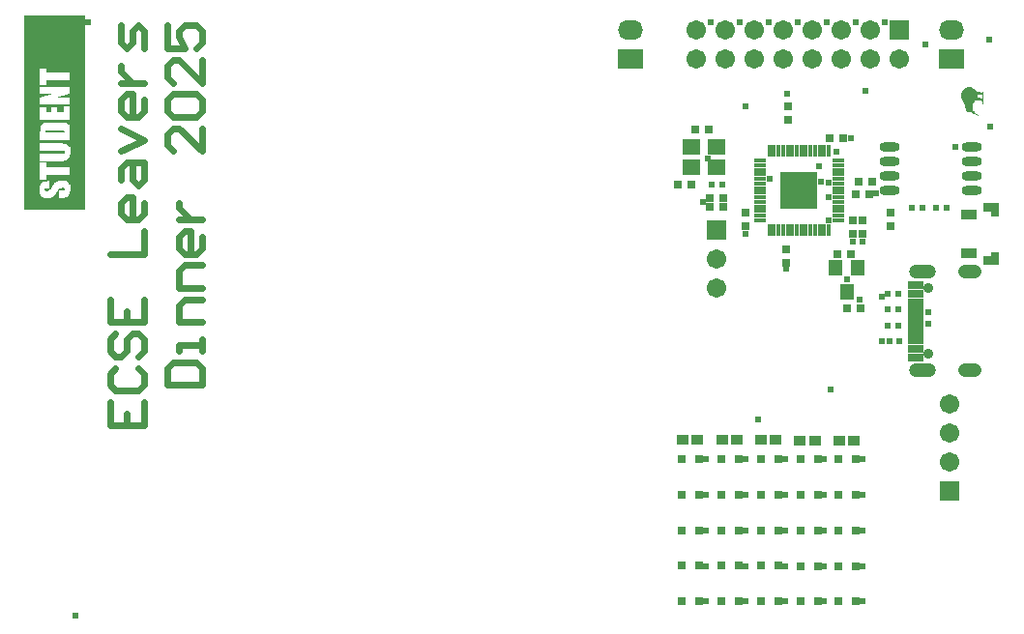
<source format=gts>
G04*
G04 #@! TF.GenerationSoftware,Altium Limited,Altium Designer,25.8.1 (18)*
G04*
G04 Layer_Color=8388736*
%FSLAX25Y25*%
%MOIN*%
G70*
G04*
G04 #@! TF.SameCoordinates,24556F7F-BEDA-4819-8607-D1A4BCCC43C2*
G04*
G04*
G04 #@! TF.FilePolarity,Negative*
G04*
G01*
G75*
%ADD20R,0.02230X0.02254*%
%ADD21R,0.03150X0.03150*%
%ADD33C,0.02362*%
%ADD34R,0.05524X0.03359*%
%ADD35C,0.01627*%
%ADD36C,0.01627*%
%ADD37R,0.04343X0.03556*%
%ADD38R,0.02965X0.02965*%
%ADD39O,0.07099X0.03162*%
%ADD40R,0.02965X0.02965*%
%ADD41R,0.05328X0.03162*%
%ADD42R,0.04800X0.05524*%
%ADD43R,0.06312X0.05524*%
%ADD44R,0.13005X0.13005*%
G04:AMPARAMS|DCode=45|XSize=15.87mil|YSize=41.07mil|CornerRadius=4.98mil|HoleSize=0mil|Usage=FLASHONLY|Rotation=270.000|XOffset=0mil|YOffset=0mil|HoleType=Round|Shape=RoundedRectangle|*
%AMROUNDEDRECTD45*
21,1,0.01587,0.03110,0,0,270.0*
21,1,0.00591,0.04107,0,0,270.0*
1,1,0.00997,-0.01555,-0.00295*
1,1,0.00997,-0.01555,0.00295*
1,1,0.00997,0.01555,0.00295*
1,1,0.00997,0.01555,-0.00295*
%
%ADD45ROUNDEDRECTD45*%
G04:AMPARAMS|DCode=46|XSize=41.07mil|YSize=15.87mil|CornerRadius=4.98mil|HoleSize=0mil|Usage=FLASHONLY|Rotation=270.000|XOffset=0mil|YOffset=0mil|HoleType=Round|Shape=RoundedRectangle|*
%AMROUNDEDRECTD46*
21,1,0.04107,0.00591,0,0,270.0*
21,1,0.03110,0.01587,0,0,270.0*
1,1,0.00997,-0.00295,-0.01555*
1,1,0.00997,-0.00295,0.01555*
1,1,0.00997,0.00295,0.01555*
1,1,0.00997,0.00295,-0.01555*
%
%ADD46ROUNDEDRECTD46*%
%ADD47R,0.05328X0.01981*%
%ADD48O,0.08083X0.04934*%
%ADD49O,0.09265X0.04934*%
%ADD50O,0.08674X0.06706*%
%ADD51R,0.08674X0.06706*%
%ADD52C,0.06706*%
%ADD53R,0.06706X0.06706*%
%ADD54C,0.03556*%
%ADD55R,0.06706X0.06706*%
%ADD56C,0.02375*%
G36*
X327518Y186420D02*
X328009D01*
Y186175D01*
X328500D01*
Y185929D01*
X328746D01*
Y185684D01*
X328991D01*
Y185438D01*
X329237D01*
Y185192D01*
X329728D01*
Y184947D01*
X330465D01*
Y184701D01*
X331201D01*
Y185192D01*
X331447D01*
Y184947D01*
X331692D01*
Y180772D01*
X331201D01*
Y181754D01*
X330956D01*
Y182000D01*
X330710D01*
Y182246D01*
X328991D01*
Y182000D01*
X328500D01*
Y181509D01*
X328254D01*
Y181018D01*
X328009D01*
Y180281D01*
X327763D01*
Y179053D01*
X328009D01*
Y178562D01*
X328254D01*
Y178316D01*
X328500D01*
Y178071D01*
X328746D01*
Y177825D01*
X328991D01*
Y177580D01*
X329482D01*
Y177334D01*
X329728D01*
Y177089D01*
X329973D01*
Y176843D01*
X329482D01*
Y177089D01*
X328991D01*
Y177334D01*
X328500D01*
Y177580D01*
X328009D01*
Y177825D01*
X327518D01*
Y178071D01*
X326044D01*
Y178316D01*
X325799D01*
Y178562D01*
X325553D01*
Y179544D01*
X325308D01*
Y180772D01*
X325062D01*
Y181263D01*
X324816D01*
Y181509D01*
X324571D01*
Y182000D01*
X324325D01*
Y182737D01*
X324080D01*
Y184701D01*
X324325D01*
Y185438D01*
X324571D01*
Y185684D01*
X324816D01*
Y185929D01*
X325062D01*
Y186175D01*
X325308D01*
Y186420D01*
X326044D01*
Y186666D01*
X327518D01*
Y186420D01*
D02*
G37*
G36*
X22000Y144500D02*
X1000D01*
Y211500D01*
X22000D01*
Y144500D01*
D02*
G37*
G36*
X336936Y146627D02*
X336973Y146615D01*
X337008Y146597D01*
X337038Y146572D01*
X337062Y146543D01*
X337080Y146508D01*
X337092Y146471D01*
X337095Y146433D01*
Y142299D01*
X337092Y142260D01*
X337080Y142223D01*
X337062Y142189D01*
X337038Y142159D01*
X337008Y142134D01*
X336973Y142116D01*
X336936Y142105D01*
X336898Y142101D01*
X334339D01*
X334300Y142105D01*
X334263Y142116D01*
X334229Y142134D01*
X334199Y142159D01*
X334174Y142189D01*
X334156Y142223D01*
X334145Y142260D01*
X334141Y142299D01*
Y143676D01*
X331780D01*
X331741Y143680D01*
X331704Y143691D01*
X331670Y143709D01*
X331640Y143734D01*
X331615Y143764D01*
X331597Y143798D01*
X331586Y143835D01*
X331582Y143874D01*
Y146433D01*
X331586Y146471D01*
X331597Y146508D01*
X331615Y146543D01*
X331640Y146572D01*
X331670Y146597D01*
X331704Y146615D01*
X331741Y146627D01*
X331780Y146630D01*
X336898D01*
X336936Y146627D01*
D02*
G37*
G36*
X336936Y129896D02*
X336973Y129885D01*
X337007Y129866D01*
X337037Y129842D01*
X337062Y129812D01*
X337080Y129778D01*
X337092Y129741D01*
X337095Y129702D01*
Y125568D01*
X337092Y125530D01*
X337080Y125493D01*
X337062Y125459D01*
X337037Y125428D01*
X337007Y125404D01*
X336973Y125386D01*
X336936Y125374D01*
X336898Y125371D01*
X331780D01*
X331741Y125374D01*
X331704Y125386D01*
X331670Y125404D01*
X331640Y125428D01*
X331615Y125459D01*
X331597Y125493D01*
X331586Y125530D01*
X331582Y125568D01*
Y128127D01*
X331586Y128165D01*
X331597Y128202D01*
X331615Y128236D01*
X331640Y128267D01*
X331670Y128291D01*
X331704Y128309D01*
X331741Y128321D01*
X331780Y128324D01*
X334141D01*
Y129702D01*
X334145Y129741D01*
X334156Y129778D01*
X334174Y129812D01*
X334199Y129842D01*
X334229Y129866D01*
X334263Y129885D01*
X334300Y129896D01*
X334339Y129900D01*
X336898D01*
X336936Y129896D01*
D02*
G37*
%LPC*%
G36*
X330956Y184210D02*
X329728D01*
Y183965D01*
X329482D01*
Y183228D01*
X329973D01*
Y182982D01*
X330465D01*
Y182737D01*
X331201D01*
Y183965D01*
X330956D01*
Y184210D01*
D02*
G37*
G36*
X16604Y193189D02*
D01*
Y191615D01*
X8443D01*
Y193189D01*
X16604D01*
X6396D01*
Y187390D01*
X8443D01*
Y188965D01*
X16604D01*
Y187390D01*
D01*
D01*
Y193189D01*
D02*
G37*
G36*
Y186774D02*
X6396D01*
Y184556D01*
X11001D01*
X6396Y183074D01*
Y180843D01*
X16604D01*
Y186774D01*
D02*
G37*
G36*
Y180082D02*
X14557D01*
Y178128D01*
X12313D01*
Y179794D01*
X10372D01*
Y178128D01*
X8443D01*
Y179912D01*
X6396D01*
Y175477D01*
X16604D01*
Y180082D01*
D02*
G37*
G36*
Y174493D02*
D01*
Y172027D01*
X16591Y172315D01*
X16577Y172565D01*
X16551Y172761D01*
X16538Y172919D01*
X16525Y173024D01*
X16512Y173090D01*
Y173116D01*
X16459Y173286D01*
X16407Y173444D01*
X16354Y173575D01*
X16289Y173693D01*
X16236Y173785D01*
X16184Y173851D01*
X16158Y173890D01*
X16145Y173903D01*
X16039Y174021D01*
X15921Y174113D01*
X15803Y174192D01*
X15685Y174257D01*
X15580Y174310D01*
X15502Y174336D01*
X15449Y174362D01*
X15423D01*
X15318Y174388D01*
X15213Y174401D01*
X15082Y174428D01*
X14937Y174441D01*
X14636Y174467D01*
X14321Y174480D01*
X14032Y174493D01*
X16604D01*
X6396D01*
X9506D01*
X9283Y174480D01*
X9086D01*
X8902Y174467D01*
X8745D01*
X8614Y174454D01*
X8482D01*
X8377Y174441D01*
X8299Y174428D01*
X8220D01*
X8154Y174415D01*
X8115D01*
X8089Y174401D01*
X8063D01*
X7879Y174362D01*
X7708Y174296D01*
X7551Y174218D01*
X7420Y174139D01*
X7315Y174074D01*
X7223Y174008D01*
X7170Y173969D01*
X7157Y173955D01*
X7013Y173811D01*
X6895Y173641D01*
X6790Y173470D01*
X6711Y173299D01*
X6659Y173155D01*
X6606Y173037D01*
X6593Y172945D01*
X6580Y172932D01*
Y172919D01*
X6554Y172775D01*
X6514Y172617D01*
X6488Y172433D01*
X6475Y172237D01*
X6436Y171804D01*
X6423Y171371D01*
X6409Y171161D01*
Y170964D01*
X6396Y170793D01*
Y168340D01*
X16604D01*
Y174493D01*
D02*
G37*
G36*
X16814Y167317D02*
D01*
Y164365D01*
X16801Y164666D01*
X16774Y164942D01*
X16735Y165178D01*
X16682Y165388D01*
X16643Y165559D01*
X16604Y165690D01*
X16577Y165769D01*
X16564Y165782D01*
Y165795D01*
X16459Y166018D01*
X16341Y166215D01*
X16223Y166372D01*
X16092Y166516D01*
X15987Y166634D01*
X15895Y166713D01*
X15843Y166766D01*
X15816Y166779D01*
X15633Y166910D01*
X15462Y167015D01*
X15292Y167094D01*
X15147Y167146D01*
X15029Y167199D01*
X14937Y167225D01*
X14885Y167238D01*
X14859D01*
X14767Y167251D01*
X14649Y167264D01*
X14400Y167290D01*
X14137Y167304D01*
X13862D01*
X13612Y167317D01*
X6396D01*
Y164666D01*
X13914D01*
X14176D01*
X14386Y164653D01*
X14557Y164640D01*
X14688Y164627D01*
X14780Y164614D01*
X14846Y164601D01*
X14872Y164588D01*
X14885D01*
X14951Y164548D01*
X15003Y164509D01*
X15029Y164443D01*
X15055Y164391D01*
X15069Y164338D01*
X15082Y164299D01*
Y164260D01*
X15069Y164181D01*
X15055Y164115D01*
X14990Y164024D01*
X14924Y163971D01*
X14911Y163958D01*
X14898D01*
X14806Y163932D01*
X14688Y163919D01*
X14544Y163906D01*
X14400D01*
X14268Y163892D01*
X14150D01*
X14072D01*
X14058D01*
X14045D01*
X6396D01*
Y161242D01*
X16814D01*
Y167317D01*
D02*
G37*
G36*
X16604Y160678D02*
D01*
Y159104D01*
X8443D01*
Y160678D01*
X6396D01*
Y154879D01*
X16604D01*
Y160678D01*
D02*
G37*
G36*
X16814Y154499D02*
D01*
Y151547D01*
X16801Y151901D01*
X16761Y152229D01*
X16709Y152517D01*
X16643Y152767D01*
X16577Y152963D01*
X16551Y153055D01*
X16525Y153121D01*
X16499Y153173D01*
X16486Y153213D01*
X16473Y153239D01*
Y153252D01*
X16328Y153501D01*
X16184Y153711D01*
X16039Y153882D01*
X15908Y154026D01*
X15790Y154118D01*
X15685Y154184D01*
X15633Y154223D01*
X15607Y154236D01*
X15502Y154288D01*
X15397Y154328D01*
X15134Y154393D01*
X14872Y154433D01*
X14609Y154472D01*
X14373Y154485D01*
X14268D01*
X14190Y154499D01*
X16814D01*
X14190D01*
D01*
X13730D01*
X13481Y154472D01*
X13245Y154459D01*
X13035Y154420D01*
X12838Y154393D01*
X12655Y154354D01*
X12497Y154302D01*
X12353Y154262D01*
X12222Y154223D01*
X12117Y154171D01*
X12025Y154131D01*
X11959Y154105D01*
X11894Y154066D01*
X11854Y154052D01*
X11841Y154026D01*
X11828D01*
X11697Y153921D01*
X11566Y153803D01*
X11421Y153646D01*
X11277Y153488D01*
X10988Y153121D01*
X10713Y152740D01*
X10582Y152557D01*
X10464Y152386D01*
X10359Y152229D01*
X10267Y152097D01*
X10201Y151979D01*
X10149Y151888D01*
X10109Y151835D01*
X10096Y151809D01*
X9965Y151599D01*
X9847Y151428D01*
X9729Y151297D01*
X9637Y151192D01*
X9571Y151127D01*
X9519Y151074D01*
X9480Y151061D01*
X9466Y151048D01*
X9361Y151008D01*
X9243Y150969D01*
X8994Y150930D01*
X8876D01*
X8784Y150917D01*
X8732D01*
X8705D01*
X8561D01*
X8443Y150930D01*
X8351Y150956D01*
X8259Y150982D01*
X8194Y150995D01*
X8154Y151022D01*
X8128Y151035D01*
X8115D01*
X8049Y151087D01*
X7997Y151140D01*
X7971Y151205D01*
X7944Y151258D01*
X7931Y151310D01*
X7918Y151350D01*
Y151468D01*
X7944Y151533D01*
X7984Y151625D01*
X8036Y151691D01*
X8049Y151704D01*
X8063D01*
X8128Y151743D01*
X8233Y151769D01*
X8338Y151783D01*
X8456Y151796D01*
X8561Y151809D01*
X8653D01*
X8705D01*
X8732D01*
X9480D01*
Y154275D01*
X9086D01*
X8863D01*
X8666Y154262D01*
X8469Y154249D01*
X8299Y154236D01*
X8141Y154223D01*
X8010Y154197D01*
X7879Y154184D01*
X7774Y154157D01*
X7669Y154131D01*
X7590Y154118D01*
X7525Y154092D01*
X7459Y154079D01*
X7393Y154052D01*
X7367Y154039D01*
X7183Y153934D01*
X7026Y153790D01*
X6882Y153632D01*
X6751Y153462D01*
X6659Y153318D01*
X6580Y153186D01*
X6567Y153134D01*
X6541Y153095D01*
X6527Y153082D01*
Y153068D01*
X6409Y152780D01*
X6331Y152491D01*
X6265Y152189D01*
X6226Y151914D01*
X6199Y151678D01*
Y151573D01*
X6186Y151481D01*
Y151310D01*
X6199Y150969D01*
X6239Y150654D01*
X6291Y150379D01*
X6344Y150156D01*
X6396Y149959D01*
X6423Y149880D01*
X6449Y149815D01*
X6475Y149762D01*
X6488Y149723D01*
X6501Y149710D01*
Y149697D01*
X6619Y149460D01*
X6764Y149264D01*
X6908Y149093D01*
X7039Y148962D01*
X7157Y148857D01*
X7262Y148778D01*
X7328Y148739D01*
X7354Y148726D01*
X7459Y148673D01*
X7577Y148634D01*
X7853Y148555D01*
X8128Y148503D01*
X8404Y148476D01*
X8666Y148450D01*
X8771D01*
X8863Y148437D01*
X6186D01*
D01*
X16814D01*
Y154499D01*
D02*
G37*
%LPD*%
G36*
X16604Y183061D02*
X11972D01*
X16604Y184438D01*
Y183061D01*
D02*
G37*
G36*
X13875Y171830D02*
X14006Y171817D01*
X14124Y171804D01*
X14229D01*
X14321Y171791D01*
X14386Y171777D01*
X14504Y171751D01*
X14583Y171725D01*
X14623Y171712D01*
X14636Y171699D01*
X14714Y171633D01*
X14767Y171528D01*
X14806Y171423D01*
X14832Y171292D01*
X14846Y171174D01*
X14859Y171082D01*
Y170990D01*
X8141D01*
Y171135D01*
X8154Y171266D01*
X8168Y171371D01*
X8181Y171449D01*
X8207Y171502D01*
X8220Y171554D01*
X8233Y171568D01*
Y171581D01*
X8312Y171686D01*
X8417Y171751D01*
X8495Y171777D01*
X8509Y171791D01*
X8522D01*
X8614Y171804D01*
X8745Y171817D01*
X8889Y171830D01*
X9047Y171843D01*
X9178D01*
X9296D01*
X9388D01*
X9401D01*
X9414D01*
X13389D01*
X13573D01*
X13730D01*
X13875Y171830D01*
D02*
G37*
G36*
X16814Y161242D02*
X13284D01*
X13521Y161255D01*
X13730D01*
X13914D01*
X14072Y161268D01*
X14216D01*
X14334D01*
X14439Y161282D01*
X14518D01*
X14596D01*
X14636Y161295D01*
X14675D01*
X14688D01*
X14701D01*
X14898Y161334D01*
X15082Y161386D01*
X15265Y161452D01*
X15410Y161518D01*
X15541Y161596D01*
X15646Y161649D01*
X15698Y161688D01*
X15725Y161701D01*
X15895Y161846D01*
X16053Y162016D01*
X16184Y162187D01*
X16302Y162357D01*
X16394Y162515D01*
X16459Y162633D01*
X16486Y162685D01*
X16499Y162725D01*
X16512Y162738D01*
Y162751D01*
X16617Y163026D01*
X16682Y163302D01*
X16735Y163577D01*
X16774Y163827D01*
X16801Y164037D01*
Y164128D01*
X16814Y164207D01*
Y161242D01*
D02*
G37*
G36*
X16604Y154879D02*
X8443D01*
Y156453D01*
X16604D01*
Y154879D01*
D02*
G37*
G36*
X14531Y151953D02*
X14636Y151940D01*
X14728Y151914D01*
X14793Y151888D01*
X14846Y151874D01*
X14872Y151848D01*
X14885D01*
X14951Y151796D01*
X15003Y151730D01*
X15029Y151664D01*
X15055Y151599D01*
X15069Y151547D01*
X15082Y151494D01*
Y151455D01*
X15069Y151363D01*
X15055Y151284D01*
X15029Y151218D01*
X15003Y151166D01*
X14951Y151100D01*
X14924Y151074D01*
X14846Y151048D01*
X14741Y151022D01*
X14623Y151008D01*
X14491Y150995D01*
X14386Y150982D01*
X14281D01*
X14216D01*
X14190D01*
X12943D01*
Y148516D01*
X13612D01*
X14019Y148529D01*
X14373Y148555D01*
X14544Y148568D01*
X14688Y148581D01*
X14819Y148608D01*
X14937Y148634D01*
X15042Y148647D01*
X15134Y148673D01*
X15213Y148686D01*
X15279Y148699D01*
X15331Y148713D01*
X15370Y148726D01*
X15383Y148739D01*
X15397D01*
X15620Y148844D01*
X15816Y148988D01*
X15987Y149159D01*
X16145Y149316D01*
X16263Y149474D01*
X16341Y149605D01*
X16381Y149657D01*
X16407Y149697D01*
X16420Y149710D01*
Y149723D01*
X16551Y150024D01*
X16643Y150326D01*
X16722Y150641D01*
X16761Y150917D01*
X16787Y151166D01*
X16801Y151271D01*
Y151363D01*
X16814Y151442D01*
Y148437D01*
X9060D01*
X9348Y148450D01*
X9611Y148476D01*
X9834Y148503D01*
X10031Y148542D01*
X10188Y148581D01*
X10306Y148621D01*
X10372Y148634D01*
X10398Y148647D01*
X10582Y148726D01*
X10739Y148818D01*
X10883Y148909D01*
X11001Y148988D01*
X11093Y149067D01*
X11159Y149119D01*
X11198Y149159D01*
X11211Y149172D01*
X11264Y149237D01*
X11329Y149329D01*
X11487Y149513D01*
X11644Y149736D01*
X11802Y149946D01*
X11946Y150156D01*
X11999Y150248D01*
X12064Y150326D01*
X12104Y150392D01*
X12143Y150444D01*
X12156Y150471D01*
X12169Y150484D01*
X12287Y150654D01*
X12392Y150825D01*
X12497Y150969D01*
X12589Y151100D01*
X12668Y151205D01*
X12746Y151310D01*
X12865Y151481D01*
X12969Y151599D01*
X13035Y151678D01*
X13074Y151717D01*
X13088Y151730D01*
X13153Y151769D01*
X13219Y151809D01*
X13389Y151874D01*
X13586Y151914D01*
X13783Y151953D01*
X13967Y151966D01*
X14124Y151979D01*
X14190D01*
X14229D01*
X14255D01*
X14268D01*
X14413D01*
X14531Y151953D01*
D02*
G37*
D20*
X318783Y145000D02*
D03*
X298716Y115500D02*
D03*
X299151Y99000D02*
D03*
X306933Y145000D02*
D03*
X315216D02*
D03*
X310500D02*
D03*
X298716Y110000D02*
D03*
X302284D02*
D03*
Y115500D02*
D03*
X298716Y104500D02*
D03*
X302284D02*
D03*
X237933Y153000D02*
D03*
X241500D02*
D03*
X302718Y99000D02*
D03*
D21*
X268528Y9336D02*
D03*
X274433D02*
D03*
X247278Y58351D02*
D03*
X241372D02*
D03*
X274433Y58284D02*
D03*
X268528D02*
D03*
X227747Y9403D02*
D03*
X233653D02*
D03*
X268528Y46047D02*
D03*
X274433D02*
D03*
X287558Y58284D02*
D03*
X281653D02*
D03*
X247278Y21640D02*
D03*
X241372D02*
D03*
X287558Y9336D02*
D03*
X281653D02*
D03*
X233653Y58351D02*
D03*
X227747D02*
D03*
X268528Y33810D02*
D03*
X274433D02*
D03*
X241372Y9403D02*
D03*
X247278D02*
D03*
X281653Y33810D02*
D03*
X287558D02*
D03*
X274433Y21573D02*
D03*
X268528D02*
D03*
X254997Y9403D02*
D03*
X260903D02*
D03*
Y21640D02*
D03*
X254997D02*
D03*
X227747Y46114D02*
D03*
X233653D02*
D03*
Y21640D02*
D03*
X227747D02*
D03*
Y33877D02*
D03*
X233653D02*
D03*
X241372Y46114D02*
D03*
X247278D02*
D03*
X241372Y33877D02*
D03*
X247278D02*
D03*
X260903Y58351D02*
D03*
X254997D02*
D03*
X287558Y21573D02*
D03*
X281653D02*
D03*
X254997Y46114D02*
D03*
X260903D02*
D03*
X281653Y46047D02*
D03*
X287558D02*
D03*
X254997Y33877D02*
D03*
X260903D02*
D03*
D33*
X30452Y78060D02*
Y70188D01*
X42259D01*
Y78060D01*
X36355Y70188D02*
Y74124D01*
X32419Y89867D02*
X30452Y87899D01*
Y83963D01*
X32419Y81995D01*
X40291D01*
X42259Y83963D01*
Y87899D01*
X40291Y89867D01*
X32419Y101674D02*
X30452Y99706D01*
Y95770D01*
X32419Y93802D01*
X34387D01*
X36355Y95770D01*
Y99706D01*
X38323Y101674D01*
X40291D01*
X42259Y99706D01*
Y95770D01*
X40291Y93802D01*
X30452Y113481D02*
Y105610D01*
X42259D01*
Y113481D01*
X36355Y105610D02*
Y109545D01*
X30452Y129224D02*
X42259D01*
Y137096D01*
Y146935D02*
Y142999D01*
X40291Y141031D01*
X36355D01*
X34387Y142999D01*
Y146935D01*
X36355Y148903D01*
X38323D01*
Y141031D01*
X34387Y154806D02*
Y158742D01*
X36355Y160710D01*
X42259D01*
Y154806D01*
X40291Y152839D01*
X38323Y154806D01*
Y160710D01*
X34387Y164646D02*
X42259Y168581D01*
X34387Y172517D01*
X42259Y182357D02*
Y178421D01*
X40291Y176453D01*
X36355D01*
X34387Y178421D01*
Y182357D01*
X36355Y184324D01*
X38323D01*
Y176453D01*
X34387Y188260D02*
X42259D01*
X38323D01*
X36355Y190228D01*
X34387Y192196D01*
Y194164D01*
X42259Y200067D02*
Y205971D01*
X40291Y207939D01*
X38323Y205971D01*
Y202035D01*
X36355Y200067D01*
X34387Y202035D01*
Y207939D01*
X50289Y83963D02*
X62097D01*
Y89867D01*
X60129Y91835D01*
X52257D01*
X50289Y89867D01*
Y83963D01*
X62097Y95770D02*
Y99706D01*
Y97738D01*
X54225D01*
Y95770D01*
X62097Y105610D02*
X54225D01*
Y111513D01*
X56193Y113481D01*
X62097D01*
Y117417D02*
X54225D01*
Y123320D01*
X56193Y125288D01*
X62097D01*
Y135128D02*
Y131192D01*
X60129Y129224D01*
X56193D01*
X54225Y131192D01*
Y135128D01*
X56193Y137096D01*
X58161D01*
Y129224D01*
X54225Y141031D02*
X62097D01*
X58161D01*
X56193Y142999D01*
X54225Y144967D01*
Y146935D01*
X62097Y172517D02*
Y164646D01*
X54225Y172517D01*
X52257D01*
X50289Y170549D01*
Y166614D01*
X52257Y164646D01*
Y176453D02*
X50289Y178421D01*
Y182357D01*
X52257Y184324D01*
X60129D01*
X62097Y182357D01*
Y178421D01*
X60129Y176453D01*
X52257D01*
X62097Y196132D02*
Y188260D01*
X54225Y196132D01*
X52257D01*
X50289Y194164D01*
Y190228D01*
X52257Y188260D01*
X50289Y207939D02*
Y200067D01*
X56193D01*
X54225Y204003D01*
Y205971D01*
X56193Y207939D01*
X60129D01*
X62097Y205971D01*
Y202035D01*
X60129Y200067D01*
D34*
X326661Y129306D02*
D03*
Y142692D02*
D03*
D35*
X334338Y144366D02*
D03*
D36*
Y127635D02*
D03*
D37*
X273462Y64903D02*
D03*
X268344D02*
D03*
X260056Y64969D02*
D03*
X254938D02*
D03*
X286962Y64903D02*
D03*
X281844D02*
D03*
X246556Y64969D02*
D03*
X241438D02*
D03*
X233056D02*
D03*
X227938D02*
D03*
D38*
X237200Y145500D02*
D03*
X241800D02*
D03*
X237200Y148500D02*
D03*
X241800D02*
D03*
X293300Y154000D02*
D03*
X292270Y149879D02*
D03*
X289300Y110500D02*
D03*
X283300Y169000D02*
D03*
X232417Y172102D02*
D03*
X285800Y129000D02*
D03*
X226416Y153102D02*
D03*
X287670Y149879D02*
D03*
X278700Y169000D02*
D03*
X281200Y129000D02*
D03*
X288700Y154000D02*
D03*
X284700Y110500D02*
D03*
X237017Y172102D02*
D03*
X231016Y153102D02*
D03*
D39*
X327673Y166000D02*
D03*
X299327Y151000D02*
D03*
Y161000D02*
D03*
Y156000D02*
D03*
X327673D02*
D03*
Y161000D02*
D03*
X299327Y166000D02*
D03*
X327673Y151000D02*
D03*
D40*
X299500Y143300D02*
D03*
X290000Y136200D02*
D03*
X264098Y179953D02*
D03*
X286500Y136200D02*
D03*
X263500Y126200D02*
D03*
X249500Y138700D02*
D03*
X299500D02*
D03*
X286500Y140800D02*
D03*
X264098Y175353D02*
D03*
X263500Y130800D02*
D03*
X249500Y143300D02*
D03*
X290000Y140800D02*
D03*
D41*
X308398Y118591D02*
D03*
Y93394D02*
D03*
Y96543D02*
D03*
Y115441D02*
D03*
D42*
X288240Y124500D02*
D03*
X280760D02*
D03*
X284500Y116154D02*
D03*
D43*
X230886Y165949D02*
D03*
X239547Y159256D02*
D03*
X230886D02*
D03*
X239547Y165949D02*
D03*
D44*
X268035Y151110D02*
D03*
D45*
X254512Y155047D02*
D03*
X281559Y150323D02*
D03*
Y148748D02*
D03*
Y142449D02*
D03*
Y140874D02*
D03*
X254512Y150323D02*
D03*
Y144024D02*
D03*
X281559Y151898D02*
D03*
Y144024D02*
D03*
X254512Y148748D02*
D03*
Y140874D02*
D03*
Y142449D02*
D03*
X281559Y161346D02*
D03*
Y145598D02*
D03*
X254512Y153472D02*
D03*
X281559Y147173D02*
D03*
X254512Y145598D02*
D03*
Y147173D02*
D03*
Y151898D02*
D03*
Y156622D02*
D03*
Y158197D02*
D03*
Y159772D02*
D03*
Y161346D02*
D03*
X281559Y156622D02*
D03*
Y158197D02*
D03*
Y159772D02*
D03*
Y153472D02*
D03*
Y155047D02*
D03*
D46*
X278272Y164634D02*
D03*
X264098D02*
D03*
X278272Y137587D02*
D03*
X264098D02*
D03*
X265673D02*
D03*
X260949D02*
D03*
X270398D02*
D03*
X268823D02*
D03*
X257799D02*
D03*
X262524D02*
D03*
X267248D02*
D03*
X259374D02*
D03*
X273547D02*
D03*
X275122D02*
D03*
X276697D02*
D03*
X271972D02*
D03*
X257799Y164634D02*
D03*
X259374D02*
D03*
X260949D02*
D03*
X265673D02*
D03*
X267248D02*
D03*
X270398D02*
D03*
X271972D02*
D03*
X273547D02*
D03*
X275122D02*
D03*
X276697D02*
D03*
X262524D02*
D03*
X268823D02*
D03*
D47*
X308398Y106976D02*
D03*
Y103039D02*
D03*
Y108945D02*
D03*
Y105008D02*
D03*
Y101071D02*
D03*
Y99102D02*
D03*
Y110913D02*
D03*
Y112882D02*
D03*
D48*
X327000Y123000D02*
D03*
Y88984D02*
D03*
D49*
X310661Y123000D02*
D03*
Y88984D02*
D03*
D50*
X210000Y206500D02*
D03*
X320500D02*
D03*
D51*
X210000Y196500D02*
D03*
X320500D02*
D03*
D52*
X239500Y127500D02*
D03*
X320000Y77500D02*
D03*
Y67500D02*
D03*
Y57500D02*
D03*
X239500Y117500D02*
D03*
X302500Y196500D02*
D03*
X292500Y206500D02*
D03*
Y196500D02*
D03*
X282500Y206500D02*
D03*
Y196500D02*
D03*
X272500Y206500D02*
D03*
Y196500D02*
D03*
X262500Y206500D02*
D03*
Y196500D02*
D03*
X252500Y206500D02*
D03*
Y196500D02*
D03*
X242500Y206500D02*
D03*
Y196500D02*
D03*
X232500Y206500D02*
D03*
Y196500D02*
D03*
D53*
X320000Y47500D02*
D03*
X239500Y137500D02*
D03*
D54*
X312630Y94614D02*
D03*
Y117370D02*
D03*
D55*
X302500Y206500D02*
D03*
D56*
X289849Y46047D02*
D03*
Y9336D02*
D03*
X276679D02*
D03*
X263213D02*
D03*
X249631D02*
D03*
X235987D02*
D03*
X289849Y21573D02*
D03*
X276679D02*
D03*
X263213D02*
D03*
X249631D02*
D03*
X235987D02*
D03*
Y33810D02*
D03*
X249631D02*
D03*
X263213D02*
D03*
X276679D02*
D03*
X289849D02*
D03*
X276679Y46047D02*
D03*
X263213D02*
D03*
X249631D02*
D03*
X235987D02*
D03*
Y58284D02*
D03*
X249631D02*
D03*
X263213D02*
D03*
X276679D02*
D03*
X289849D02*
D03*
X263689Y124106D02*
D03*
X235000Y147000D02*
D03*
X258000Y155000D02*
D03*
X334000Y173000D02*
D03*
X333500Y203000D02*
D03*
X311500Y201500D02*
D03*
X297500Y209000D02*
D03*
X322000Y166000D02*
D03*
X294470Y149984D02*
D03*
X291000Y185500D02*
D03*
X287500Y209000D02*
D03*
X290000Y133500D02*
D03*
X279000Y82500D02*
D03*
X296500Y114500D02*
D03*
X289000Y113500D02*
D03*
X296435Y98944D02*
D03*
X277500Y209000D02*
D03*
X267500D02*
D03*
X264000Y184500D02*
D03*
X257500Y209000D02*
D03*
X286000Y169000D02*
D03*
X281000Y164500D02*
D03*
X275000Y159500D02*
D03*
X247500Y209000D02*
D03*
X237500D02*
D03*
X249500Y180000D02*
D03*
X23000Y209000D02*
D03*
X236500Y162000D02*
D03*
X286500Y133500D02*
D03*
X275550Y153956D02*
D03*
X268035Y151110D02*
D03*
X284500Y120500D02*
D03*
X249500Y136000D02*
D03*
X254000Y72000D02*
D03*
X18500Y4500D02*
D03*
X278272Y153929D02*
D03*
Y148748D02*
D03*
Y140874D02*
D03*
X312500Y109165D02*
D03*
Y105000D02*
D03*
M02*

</source>
